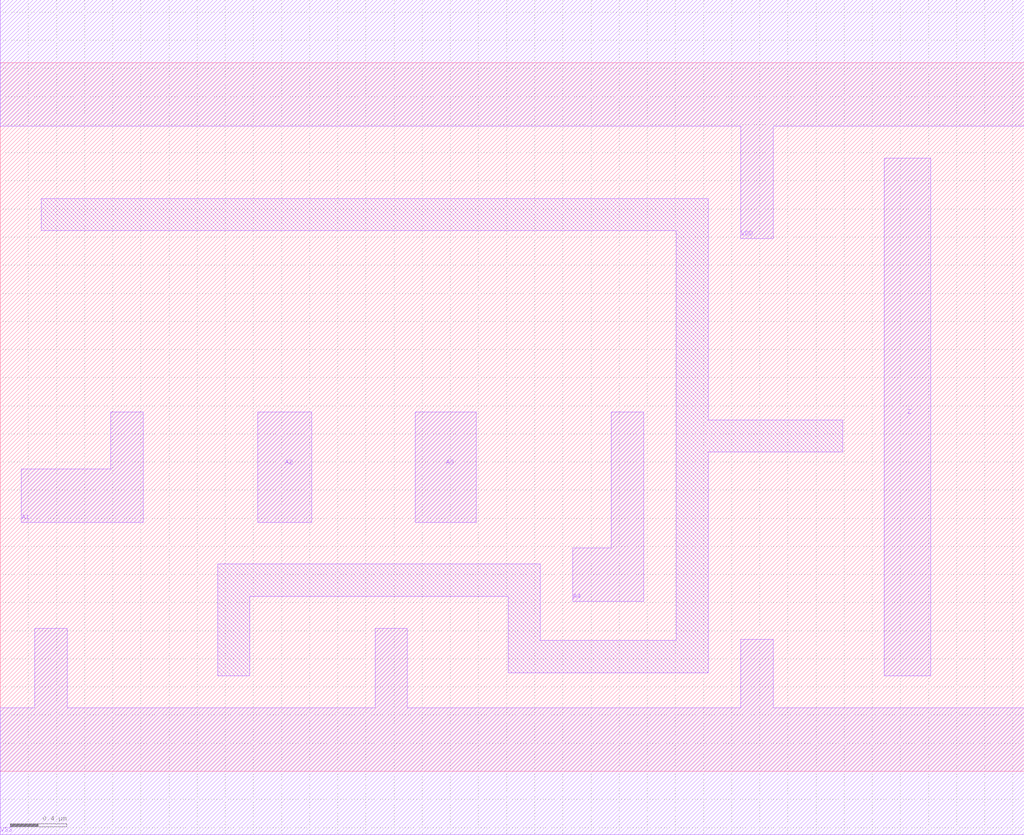
<source format=lef>
# Copyright 2022 GlobalFoundries PDK Authors
#
# Licensed under the Apache License, Version 2.0 (the "License");
# you may not use this file except in compliance with the License.
# You may obtain a copy of the License at
#
#      http://www.apache.org/licenses/LICENSE-2.0
#
# Unless required by applicable law or agreed to in writing, software
# distributed under the License is distributed on an "AS IS" BASIS,
# WITHOUT WARRANTIES OR CONDITIONS OF ANY KIND, either express or implied.
# See the License for the specific language governing permissions and
# limitations under the License.

MACRO gf180mcu_fd_sc_mcu9t5v0__or4_1
  CLASS core ;
  FOREIGN gf180mcu_fd_sc_mcu9t5v0__or4_1 0.0 0.0 ;
  ORIGIN 0 0 ;
  SYMMETRY X Y ;
  SITE GF018hv5v_green_sc9 ;
  SIZE 7.28 BY 5.04 ;
  PIN A1
    DIRECTION INPUT ;
    ANTENNAGATEAREA 0.6945 ;
    PORT
      LAYER Metal1 ;
        POLYGON 0.15 1.77 1.015 1.77 1.015 2.555 0.785 2.555 0.785 2.15 0.15 2.15  ;
    END
  END A1
  PIN A2
    DIRECTION INPUT ;
    ANTENNAGATEAREA 0.6945 ;
    PORT
      LAYER Metal1 ;
        POLYGON 1.83 1.77 2.215 1.77 2.215 2.555 1.83 2.555  ;
    END
  END A2
  PIN A3
    DIRECTION INPUT ;
    ANTENNAGATEAREA 0.6945 ;
    PORT
      LAYER Metal1 ;
        POLYGON 2.95 1.77 3.385 1.77 3.385 2.555 2.95 2.555  ;
    END
  END A3
  PIN A4
    DIRECTION INPUT ;
    ANTENNAGATEAREA 0.6945 ;
    PORT
      LAYER Metal1 ;
        POLYGON 4.07 1.21 4.575 1.21 4.575 2.555 4.345 2.555 4.345 1.59 4.07 1.59  ;
    END
  END A4
  PIN Z
    DIRECTION OUTPUT ;
    ANTENNADIFFAREA 1.386 ;
    PORT
      LAYER Metal1 ;
        POLYGON 6.285 0.68 6.615 0.68 6.615 4.36 6.285 4.36  ;
    END
  END Z
  PIN VDD
    DIRECTION INOUT ;
    USE power ;
    SHAPE ABUTMENT ;
    PORT
      LAYER Metal1 ;
        POLYGON 0 4.59 5.265 4.59 5.265 3.79 5.495 3.79 5.495 4.59 5.99 4.59 7.28 4.59 7.28 5.49 5.99 5.49 0 5.49  ;
    END
  END VDD
  PIN VSS
    DIRECTION INOUT ;
    USE ground ;
    SHAPE ABUTMENT ;
    PORT
      LAYER Metal1 ;
        POLYGON 0 -0.45 7.28 -0.45 7.28 0.45 5.495 0.45 5.495 0.94 5.265 0.94 5.265 0.45 2.895 0.45 2.895 1.015 2.665 1.015 2.665 0.45 0.475 0.45 0.475 1.015 0.245 1.015 0.245 0.45 0 0.45  ;
    END
  END VSS
  OBS
      LAYER Metal1 ;
        POLYGON 0.29 3.845 4.805 3.845 4.805 0.93 3.84 0.93 3.84 1.475 1.545 1.475 1.545 0.68 1.775 0.68 1.775 1.245 3.61 1.245 3.61 0.7 5.035 0.7 5.035 2.27 5.99 2.27 5.99 2.5 5.035 2.5 5.035 4.075 0.29 4.075  ;
  END
END gf180mcu_fd_sc_mcu9t5v0__or4_1

</source>
